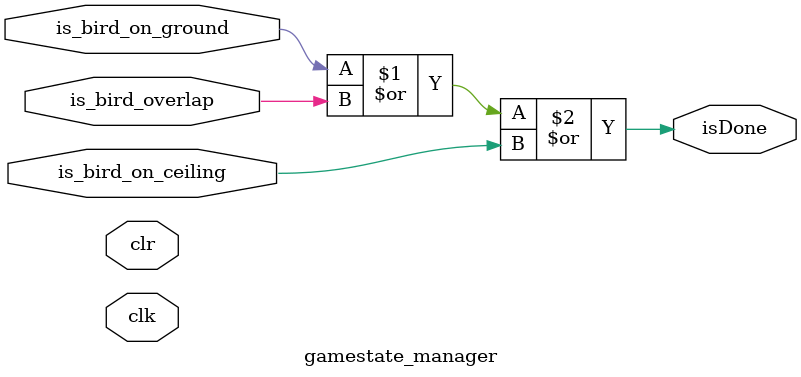
<source format=v>
`timescale 1ns / 1ps
module gamestate_manager(
	input wire clk,		//master clock: 100MHz
	input wire clr,		//asynchronous reset
	input wire is_bird_on_ground,
	input wire is_bird_overlap,
    input wire is_bird_on_ceiling,
	output wire isDone
	);
	
assign isDone = is_bird_on_ground | is_bird_overlap | is_bird_on_ceiling;
	
endmodule

</source>
